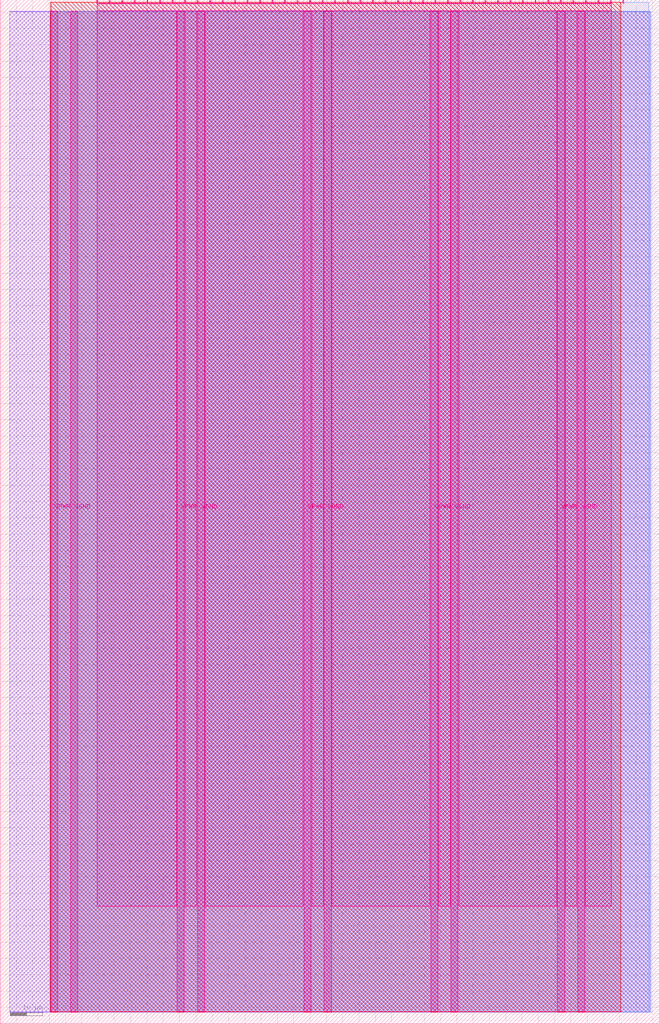
<source format=lef>
VERSION 5.7 ;
  NOWIREEXTENSIONATPIN ON ;
  DIVIDERCHAR "/" ;
  BUSBITCHARS "[]" ;
MACRO tt_um_rejunity_ternary_dot
  CLASS BLOCK ;
  FOREIGN tt_um_rejunity_ternary_dot ;
  ORIGIN 0.000 0.000 ;
  SIZE 202.080 BY 313.740 ;
  PIN VGND
    DIRECTION INOUT ;
    USE GROUND ;
    PORT
      LAYER Metal5 ;
        RECT 21.580 3.560 23.780 310.180 ;
    END
    PORT
      LAYER Metal5 ;
        RECT 60.450 3.560 62.650 310.180 ;
    END
    PORT
      LAYER Metal5 ;
        RECT 99.320 3.560 101.520 310.180 ;
    END
    PORT
      LAYER Metal5 ;
        RECT 138.190 3.560 140.390 310.180 ;
    END
    PORT
      LAYER Metal5 ;
        RECT 177.060 3.560 179.260 310.180 ;
    END
  END VGND
  PIN VPWR
    DIRECTION INOUT ;
    USE POWER ;
    PORT
      LAYER Metal5 ;
        RECT 15.380 3.560 17.580 310.180 ;
    END
    PORT
      LAYER Metal5 ;
        RECT 54.250 3.560 56.450 310.180 ;
    END
    PORT
      LAYER Metal5 ;
        RECT 93.120 3.560 95.320 310.180 ;
    END
    PORT
      LAYER Metal5 ;
        RECT 131.990 3.560 134.190 310.180 ;
    END
    PORT
      LAYER Metal5 ;
        RECT 170.860 3.560 173.060 310.180 ;
    END
  END VPWR
  PIN clk
    DIRECTION INPUT ;
    USE SIGNAL ;
    ANTENNAGATEAREA 1.430000 ;
    ANTENNADIFFAREA 4.030800 ;
    PORT
      LAYER Metal5 ;
        RECT 187.050 312.740 187.350 313.740 ;
    END
  END clk
  PIN ena
    DIRECTION INPUT ;
    USE SIGNAL ;
    PORT
      LAYER Metal5 ;
        RECT 190.890 312.740 191.190 313.740 ;
    END
  END ena
  PIN rst_n
    DIRECTION INPUT ;
    USE SIGNAL ;
    PORT
      LAYER Metal5 ;
        RECT 183.210 312.740 183.510 313.740 ;
    END
  END rst_n
  PIN ui_in[0]
    DIRECTION INPUT ;
    USE SIGNAL ;
    ANTENNAGATEAREA 0.314600 ;
    PORT
      LAYER Metal5 ;
        RECT 179.370 312.740 179.670 313.740 ;
    END
  END ui_in[0]
  PIN ui_in[1]
    DIRECTION INPUT ;
    USE SIGNAL ;
    ANTENNAGATEAREA 0.725400 ;
    PORT
      LAYER Metal5 ;
        RECT 175.530 312.740 175.830 313.740 ;
    END
  END ui_in[1]
  PIN ui_in[2]
    DIRECTION INPUT ;
    USE SIGNAL ;
    ANTENNAGATEAREA 0.938600 ;
    PORT
      LAYER Metal5 ;
        RECT 171.690 312.740 171.990 313.740 ;
    END
  END ui_in[2]
  PIN ui_in[3]
    DIRECTION INPUT ;
    USE SIGNAL ;
    ANTENNAGATEAREA 1.040000 ;
    PORT
      LAYER Metal5 ;
        RECT 167.850 312.740 168.150 313.740 ;
    END
  END ui_in[3]
  PIN ui_in[4]
    DIRECTION INPUT ;
    USE SIGNAL ;
    ANTENNAGATEAREA 0.213200 ;
    PORT
      LAYER Metal5 ;
        RECT 164.010 312.740 164.310 313.740 ;
    END
  END ui_in[4]
  PIN ui_in[5]
    DIRECTION INPUT ;
    USE SIGNAL ;
    ANTENNAGATEAREA 0.314600 ;
    PORT
      LAYER Metal5 ;
        RECT 160.170 312.740 160.470 313.740 ;
    END
  END ui_in[5]
  PIN ui_in[6]
    DIRECTION INPUT ;
    USE SIGNAL ;
    ANTENNAGATEAREA 0.213200 ;
    PORT
      LAYER Metal5 ;
        RECT 156.330 312.740 156.630 313.740 ;
    END
  END ui_in[6]
  PIN ui_in[7]
    DIRECTION INPUT ;
    USE SIGNAL ;
    ANTENNAGATEAREA 0.527800 ;
    PORT
      LAYER Metal5 ;
        RECT 152.490 312.740 152.790 313.740 ;
    END
  END ui_in[7]
  PIN uio_in[0]
    DIRECTION INPUT ;
    USE SIGNAL ;
    ANTENNAGATEAREA 0.180700 ;
    PORT
      LAYER Metal5 ;
        RECT 148.650 312.740 148.950 313.740 ;
    END
  END uio_in[0]
  PIN uio_in[1]
    DIRECTION INPUT ;
    USE SIGNAL ;
    ANTENNAGATEAREA 0.180700 ;
    PORT
      LAYER Metal5 ;
        RECT 144.810 312.740 145.110 313.740 ;
    END
  END uio_in[1]
  PIN uio_in[2]
    DIRECTION INPUT ;
    USE SIGNAL ;
    PORT
      LAYER Metal5 ;
        RECT 140.970 312.740 141.270 313.740 ;
    END
  END uio_in[2]
  PIN uio_in[3]
    DIRECTION INPUT ;
    USE SIGNAL ;
    PORT
      LAYER Metal5 ;
        RECT 137.130 312.740 137.430 313.740 ;
    END
  END uio_in[3]
  PIN uio_in[4]
    DIRECTION INPUT ;
    USE SIGNAL ;
    PORT
      LAYER Metal5 ;
        RECT 133.290 312.740 133.590 313.740 ;
    END
  END uio_in[4]
  PIN uio_in[5]
    DIRECTION INPUT ;
    USE SIGNAL ;
    PORT
      LAYER Metal5 ;
        RECT 129.450 312.740 129.750 313.740 ;
    END
  END uio_in[5]
  PIN uio_in[6]
    DIRECTION INPUT ;
    USE SIGNAL ;
    PORT
      LAYER Metal5 ;
        RECT 125.610 312.740 125.910 313.740 ;
    END
  END uio_in[6]
  PIN uio_in[7]
    DIRECTION INPUT ;
    USE SIGNAL ;
    PORT
      LAYER Metal5 ;
        RECT 121.770 312.740 122.070 313.740 ;
    END
  END uio_in[7]
  PIN uio_oe[0]
    DIRECTION OUTPUT ;
    USE SIGNAL ;
    ANTENNADIFFAREA 0.299200 ;
    PORT
      LAYER Metal5 ;
        RECT 56.490 312.740 56.790 313.740 ;
    END
  END uio_oe[0]
  PIN uio_oe[1]
    DIRECTION OUTPUT ;
    USE SIGNAL ;
    ANTENNADIFFAREA 0.299200 ;
    PORT
      LAYER Metal5 ;
        RECT 52.650 312.740 52.950 313.740 ;
    END
  END uio_oe[1]
  PIN uio_oe[2]
    DIRECTION OUTPUT ;
    USE SIGNAL ;
    ANTENNADIFFAREA 0.392700 ;
    PORT
      LAYER Metal5 ;
        RECT 48.810 312.740 49.110 313.740 ;
    END
  END uio_oe[2]
  PIN uio_oe[3]
    DIRECTION OUTPUT ;
    USE SIGNAL ;
    ANTENNADIFFAREA 0.392700 ;
    PORT
      LAYER Metal5 ;
        RECT 44.970 312.740 45.270 313.740 ;
    END
  END uio_oe[3]
  PIN uio_oe[4]
    DIRECTION OUTPUT ;
    USE SIGNAL ;
    ANTENNADIFFAREA 0.392700 ;
    PORT
      LAYER Metal5 ;
        RECT 41.130 312.740 41.430 313.740 ;
    END
  END uio_oe[4]
  PIN uio_oe[5]
    DIRECTION OUTPUT ;
    USE SIGNAL ;
    ANTENNADIFFAREA 0.392700 ;
    PORT
      LAYER Metal5 ;
        RECT 37.290 312.740 37.590 313.740 ;
    END
  END uio_oe[5]
  PIN uio_oe[6]
    DIRECTION OUTPUT ;
    USE SIGNAL ;
    ANTENNADIFFAREA 0.392700 ;
    PORT
      LAYER Metal5 ;
        RECT 33.450 312.740 33.750 313.740 ;
    END
  END uio_oe[6]
  PIN uio_oe[7]
    DIRECTION OUTPUT ;
    USE SIGNAL ;
    ANTENNADIFFAREA 0.392700 ;
    PORT
      LAYER Metal5 ;
        RECT 29.610 312.740 29.910 313.740 ;
    END
  END uio_oe[7]
  PIN uio_out[0]
    DIRECTION OUTPUT ;
    USE SIGNAL ;
    ANTENNADIFFAREA 0.299200 ;
    PORT
      LAYER Metal5 ;
        RECT 87.210 312.740 87.510 313.740 ;
    END
  END uio_out[0]
  PIN uio_out[1]
    DIRECTION OUTPUT ;
    USE SIGNAL ;
    ANTENNADIFFAREA 0.654800 ;
    PORT
      LAYER Metal5 ;
        RECT 83.370 312.740 83.670 313.740 ;
    END
  END uio_out[1]
  PIN uio_out[2]
    DIRECTION OUTPUT ;
    USE SIGNAL ;
    ANTENNADIFFAREA 0.654800 ;
    PORT
      LAYER Metal5 ;
        RECT 79.530 312.740 79.830 313.740 ;
    END
  END uio_out[2]
  PIN uio_out[3]
    DIRECTION OUTPUT ;
    USE SIGNAL ;
    ANTENNADIFFAREA 0.654800 ;
    PORT
      LAYER Metal5 ;
        RECT 75.690 312.740 75.990 313.740 ;
    END
  END uio_out[3]
  PIN uio_out[4]
    DIRECTION OUTPUT ;
    USE SIGNAL ;
    ANTENNADIFFAREA 0.654800 ;
    PORT
      LAYER Metal5 ;
        RECT 71.850 312.740 72.150 313.740 ;
    END
  END uio_out[4]
  PIN uio_out[5]
    DIRECTION OUTPUT ;
    USE SIGNAL ;
    ANTENNADIFFAREA 0.654800 ;
    PORT
      LAYER Metal5 ;
        RECT 68.010 312.740 68.310 313.740 ;
    END
  END uio_out[5]
  PIN uio_out[6]
    DIRECTION OUTPUT ;
    USE SIGNAL ;
    ANTENNADIFFAREA 0.654800 ;
    PORT
      LAYER Metal5 ;
        RECT 64.170 312.740 64.470 313.740 ;
    END
  END uio_out[6]
  PIN uio_out[7]
    DIRECTION OUTPUT ;
    USE SIGNAL ;
    ANTENNAGATEAREA 1.084200 ;
    ANTENNADIFFAREA 1.135600 ;
    PORT
      LAYER Metal5 ;
        RECT 60.330 312.740 60.630 313.740 ;
    END
  END uio_out[7]
  PIN uo_out[0]
    DIRECTION OUTPUT ;
    USE SIGNAL ;
    ANTENNADIFFAREA 0.733200 ;
    PORT
      LAYER Metal5 ;
        RECT 117.930 312.740 118.230 313.740 ;
    END
  END uo_out[0]
  PIN uo_out[1]
    DIRECTION OUTPUT ;
    USE SIGNAL ;
    ANTENNADIFFAREA 0.706400 ;
    PORT
      LAYER Metal5 ;
        RECT 114.090 312.740 114.390 313.740 ;
    END
  END uo_out[1]
  PIN uo_out[2]
    DIRECTION OUTPUT ;
    USE SIGNAL ;
    ANTENNADIFFAREA 0.706400 ;
    PORT
      LAYER Metal5 ;
        RECT 110.250 312.740 110.550 313.740 ;
    END
  END uo_out[2]
  PIN uo_out[3]
    DIRECTION OUTPUT ;
    USE SIGNAL ;
    ANTENNADIFFAREA 0.733200 ;
    PORT
      LAYER Metal5 ;
        RECT 106.410 312.740 106.710 313.740 ;
    END
  END uo_out[3]
  PIN uo_out[4]
    DIRECTION OUTPUT ;
    USE SIGNAL ;
    ANTENNADIFFAREA 0.706400 ;
    PORT
      LAYER Metal5 ;
        RECT 102.570 312.740 102.870 313.740 ;
    END
  END uo_out[4]
  PIN uo_out[5]
    DIRECTION OUTPUT ;
    USE SIGNAL ;
    ANTENNADIFFAREA 0.733200 ;
    PORT
      LAYER Metal5 ;
        RECT 98.730 312.740 99.030 313.740 ;
    END
  END uo_out[5]
  PIN uo_out[6]
    DIRECTION OUTPUT ;
    USE SIGNAL ;
    ANTENNADIFFAREA 0.706400 ;
    PORT
      LAYER Metal5 ;
        RECT 94.890 312.740 95.190 313.740 ;
    END
  END uo_out[6]
  PIN uo_out[7]
    DIRECTION OUTPUT ;
    USE SIGNAL ;
    ANTENNADIFFAREA 0.733200 ;
    PORT
      LAYER Metal5 ;
        RECT 91.050 312.740 91.350 313.740 ;
    END
  END uo_out[7]
  OBS
      LAYER GatPoly ;
        RECT 2.880 3.630 199.200 310.110 ;
      LAYER Metal1 ;
        RECT 2.880 3.560 199.200 310.180 ;
      LAYER Metal2 ;
        RECT 15.515 3.680 199.475 310.060 ;
      LAYER Metal3 ;
        RECT 15.560 3.635 198.820 313.045 ;
      LAYER Metal4 ;
        RECT 15.515 3.680 190.225 313.000 ;
      LAYER Metal5 ;
        RECT 30.120 312.530 33.240 312.740 ;
        RECT 33.960 312.530 37.080 312.740 ;
        RECT 37.800 312.530 40.920 312.740 ;
        RECT 41.640 312.530 44.760 312.740 ;
        RECT 45.480 312.530 48.600 312.740 ;
        RECT 49.320 312.530 52.440 312.740 ;
        RECT 53.160 312.530 56.280 312.740 ;
        RECT 57.000 312.530 60.120 312.740 ;
        RECT 60.840 312.530 63.960 312.740 ;
        RECT 64.680 312.530 67.800 312.740 ;
        RECT 68.520 312.530 71.640 312.740 ;
        RECT 72.360 312.530 75.480 312.740 ;
        RECT 76.200 312.530 79.320 312.740 ;
        RECT 80.040 312.530 83.160 312.740 ;
        RECT 83.880 312.530 87.000 312.740 ;
        RECT 87.720 312.530 90.840 312.740 ;
        RECT 91.560 312.530 94.680 312.740 ;
        RECT 95.400 312.530 98.520 312.740 ;
        RECT 99.240 312.530 102.360 312.740 ;
        RECT 103.080 312.530 106.200 312.740 ;
        RECT 106.920 312.530 110.040 312.740 ;
        RECT 110.760 312.530 113.880 312.740 ;
        RECT 114.600 312.530 117.720 312.740 ;
        RECT 118.440 312.530 121.560 312.740 ;
        RECT 122.280 312.530 125.400 312.740 ;
        RECT 126.120 312.530 129.240 312.740 ;
        RECT 129.960 312.530 133.080 312.740 ;
        RECT 133.800 312.530 136.920 312.740 ;
        RECT 137.640 312.530 140.760 312.740 ;
        RECT 141.480 312.530 144.600 312.740 ;
        RECT 145.320 312.530 148.440 312.740 ;
        RECT 149.160 312.530 152.280 312.740 ;
        RECT 153.000 312.530 156.120 312.740 ;
        RECT 156.840 312.530 159.960 312.740 ;
        RECT 160.680 312.530 163.800 312.740 ;
        RECT 164.520 312.530 167.640 312.740 ;
        RECT 168.360 312.530 171.480 312.740 ;
        RECT 172.200 312.530 175.320 312.740 ;
        RECT 176.040 312.530 179.160 312.740 ;
        RECT 179.880 312.530 183.000 312.740 ;
        RECT 183.720 312.530 186.840 312.740 ;
        RECT 29.660 310.390 187.300 312.530 ;
        RECT 29.660 35.975 54.040 310.390 ;
        RECT 56.660 35.975 60.240 310.390 ;
        RECT 62.860 35.975 92.910 310.390 ;
        RECT 95.530 35.975 99.110 310.390 ;
        RECT 101.730 35.975 131.780 310.390 ;
        RECT 134.400 35.975 137.980 310.390 ;
        RECT 140.600 35.975 170.650 310.390 ;
        RECT 173.270 35.975 176.850 310.390 ;
        RECT 179.470 35.975 187.300 310.390 ;
  END
END tt_um_rejunity_ternary_dot
END LIBRARY


</source>
